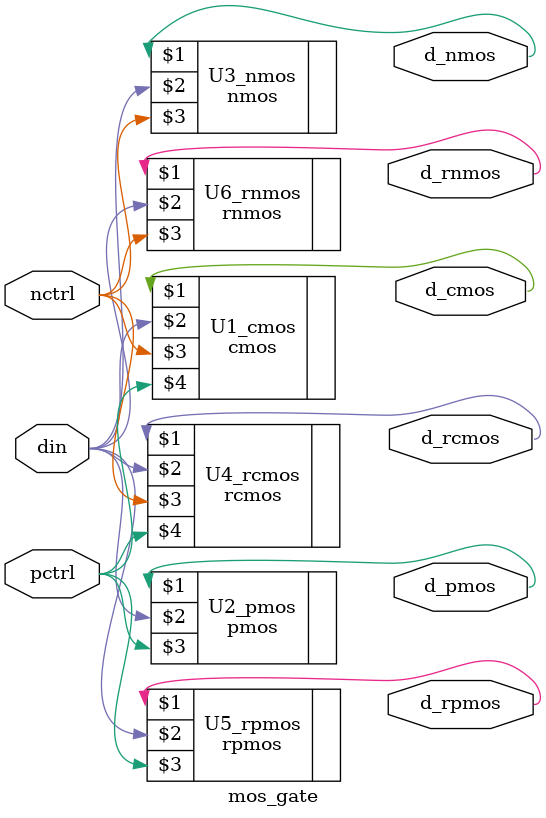
<source format=v>

module mos_gate(
    input din,
    input pctrl,
    input nctrl,
     
    output d_cmos,
    output d_pmos,
    output d_nmos,
    output d_rcmos,
    output d_rpmos,
    output d_rnmos
    );
    
    //ÊµÀý»¯cmosÈýÌ¬ÃÅÄ£¿é
    cmos U1_cmos(d_cmos, din, nctrl, pctrl);

    //ÊµÀý»¯pmosÈýÌ¬ÃÅÄ£¿é
    pmos U2_pmos(d_pmos, din, pctrl);

    //ÊµÀý»¯nmosÈýÌ¬ÃÅÄ£¿é
    nmos U3_nmos(d_nmos, din, nctrl);

    //ÊµÀý»¯rcmosÈýÌ¬ÃÅÄ£¿é
    rcmos U4_rcmos(d_rcmos, din, nctrl, pctrl);

    //ÊµÀý»¯rpmosÈýÌ¬ÃÅÄ£¿é
    rpmos U5_rpmos(d_rpmos, din, pctrl);

    //ÊµÀý»¯rnmosÈýÌ¬ÃÅÄ£¿é
    rnmos U6_rnmos(d_rnmos, din, nctrl);
    
endmodule
// END OF mos_gate.v FILE ***************************************************

    
   
</source>
